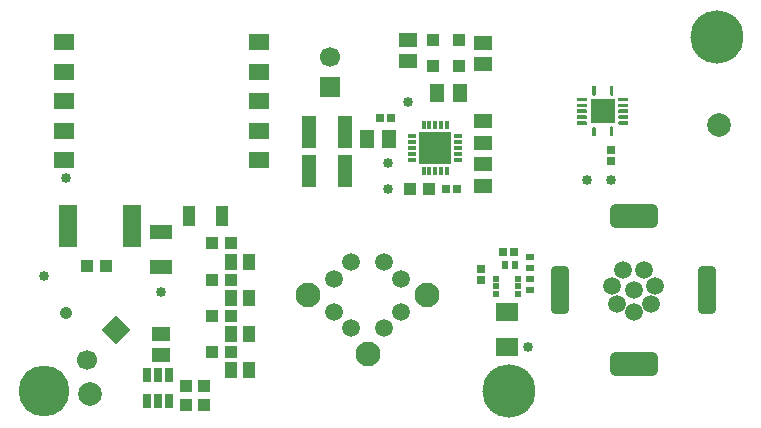
<source format=gts>
G04*
G04 #@! TF.GenerationSoftware,Altium Limited,Altium Designer,23.3.1 (30)*
G04*
G04 Layer_Color=8388736*
%FSLAX44Y44*%
%MOMM*%
G71*
G04*
G04 #@! TF.SameCoordinates,D194EA9E-320C-42BA-852E-FFA0FE6248A8*
G04*
G04*
G04 #@! TF.FilePolarity,Negative*
G04*
G01*
G75*
G04:AMPARAMS|DCode=40|XSize=4.1mm|YSize=2.1mm|CornerRadius=0.55mm|HoleSize=0mm|Usage=FLASHONLY|Rotation=0.000|XOffset=0mm|YOffset=0mm|HoleType=Round|Shape=RoundedRectangle|*
%AMROUNDEDRECTD40*
21,1,4.1000,1.0000,0,0,0.0*
21,1,3.0000,2.1000,0,0,0.0*
1,1,1.1000,1.5000,-0.5000*
1,1,1.1000,-1.5000,-0.5000*
1,1,1.1000,-1.5000,0.5000*
1,1,1.1000,1.5000,0.5000*
%
%ADD40ROUNDEDRECTD40*%
%ADD41C,0.8516*%
%ADD42R,2.0500X2.0500*%
%ADD43C,0.2520*%
%ADD44R,0.7516X0.6516*%
%ADD45R,1.6516X1.3716*%
%ADD46R,0.5516X0.6516*%
%ADD47R,0.7216X0.7216*%
%ADD48R,1.5516X1.2516*%
%ADD49R,1.1016X1.0016*%
%ADD50R,0.7516X1.1616*%
%ADD51R,1.0516X1.4516*%
%ADD52R,1.0016X1.1016*%
%ADD53R,1.1516X1.5016*%
%ADD54R,1.9016X1.2516*%
%ADD55R,1.5016X3.6616*%
%ADD56R,1.0516X1.8016*%
%ADD57R,0.6016X0.5016*%
%ADD58C,2.0000*%
%ADD59R,2.7016X2.7016*%
%ADD60R,0.8016X0.3516*%
%ADD61R,0.3516X0.8016*%
%ADD62R,1.1016X1.1016*%
%ADD63R,1.8516X1.5016*%
%ADD64R,0.7216X0.7216*%
%ADD65R,0.6516X0.5516*%
%ADD66R,1.5016X1.1516*%
%ADD67R,1.2516X2.8016*%
G04:AMPARAMS|DCode=68|XSize=4.1mm|YSize=1.6mm|CornerRadius=0.425mm|HoleSize=0mm|Usage=FLASHONLY|Rotation=270.000|XOffset=0mm|YOffset=0mm|HoleType=Round|Shape=RoundedRectangle|*
%AMROUNDEDRECTD68*
21,1,4.1000,0.7500,0,0,270.0*
21,1,3.2500,1.6000,0,0,270.0*
1,1,0.8500,-0.3750,-1.6250*
1,1,0.8500,-0.3750,1.6250*
1,1,0.8500,0.3750,1.6250*
1,1,0.8500,0.3750,-1.6250*
%
%ADD68ROUNDEDRECTD68*%
%ADD69C,1.5000*%
%ADD70C,0.8524*%
%ADD71C,1.0524*%
%ADD72P,2.4042X4X270.0*%
%ADD73C,1.7000*%
%ADD74C,2.1000*%
%ADD75C,4.5032*%
%ADD76C,4.3016*%
%ADD77R,1.7000X1.7000*%
G36*
X466771Y223943D02*
X467165Y223549D01*
X467378Y223034D01*
Y222756D01*
X467378D01*
Y215656D01*
X464578D01*
Y222756D01*
Y223034D01*
X464791Y223549D01*
X465185Y223943D01*
X465700Y224156D01*
X466256D01*
X466771Y223943D01*
D02*
G37*
G36*
X459871Y228343D02*
X460265Y227949D01*
X460478Y227434D01*
Y227156D01*
Y226877D01*
X460265Y226363D01*
X459871Y225969D01*
X459356Y225756D01*
X451978D01*
Y228556D01*
X459356D01*
X459871Y228343D01*
D02*
G37*
G36*
Y233343D02*
X460265Y232949D01*
X460478Y232435D01*
Y232156D01*
Y231877D01*
X460265Y231363D01*
X459871Y230969D01*
X459356Y230756D01*
X459078D01*
Y230756D01*
X451978D01*
Y233556D01*
X459356D01*
X459871Y233343D01*
D02*
G37*
G36*
Y238343D02*
X460265Y237949D01*
X460478Y237435D01*
Y237156D01*
Y236877D01*
X460265Y236363D01*
X459871Y235969D01*
X459356Y235756D01*
X451978D01*
Y238556D01*
X459356D01*
X459871Y238343D01*
D02*
G37*
G36*
X459078Y243556D02*
X459356D01*
X459871Y243343D01*
X460265Y242949D01*
X460478Y242434D01*
Y242156D01*
Y241877D01*
X460265Y241363D01*
X459871Y240969D01*
X459356Y240756D01*
X451978D01*
Y243556D01*
X459078Y243556D01*
D02*
G37*
G36*
X459871Y248343D02*
X460265Y247949D01*
X460478Y247435D01*
Y247156D01*
Y246877D01*
X460265Y246363D01*
X459871Y245969D01*
X459356Y245756D01*
X451978D01*
Y248556D01*
X459356D01*
X459871Y248343D01*
D02*
G37*
G36*
X467378Y251556D02*
Y251278D01*
X467165Y250763D01*
X466771Y250369D01*
X466256Y250156D01*
X465700D01*
X465185Y250369D01*
X464791Y250763D01*
X464578Y251278D01*
Y251556D01*
Y258656D01*
X467378D01*
X467378Y251556D01*
D02*
G37*
G36*
X481771Y223943D02*
X482165Y223549D01*
X482378Y223034D01*
Y222756D01*
Y215656D01*
X479578D01*
X479578Y222756D01*
Y223034D01*
X479791Y223549D01*
X480185Y223943D01*
X480700Y224156D01*
X481256D01*
X481771Y223943D01*
D02*
G37*
G36*
X494978Y225756D02*
X487599D01*
X487085Y225969D01*
X486691Y226363D01*
X486478Y226877D01*
Y227156D01*
Y227434D01*
X486691Y227949D01*
X487085Y228343D01*
X487599Y228556D01*
X494978D01*
Y225756D01*
D02*
G37*
G36*
Y230756D02*
X487878Y230756D01*
X487599D01*
X487085Y230969D01*
X486691Y231363D01*
X486478Y231877D01*
Y232156D01*
Y232435D01*
X486691Y232949D01*
X487085Y233343D01*
X487599Y233556D01*
X494978D01*
Y230756D01*
D02*
G37*
G36*
Y235756D02*
X487599D01*
X487085Y235969D01*
X486691Y236363D01*
X486478Y236877D01*
Y237156D01*
Y237435D01*
X486691Y237949D01*
X487085Y238343D01*
X487599Y238556D01*
X494978D01*
Y235756D01*
D02*
G37*
G36*
Y240756D02*
X487599D01*
X487085Y240969D01*
X486691Y241363D01*
X486478Y241877D01*
Y242156D01*
Y242434D01*
X486691Y242949D01*
X487085Y243343D01*
X487599Y243556D01*
X487878D01*
Y243556D01*
X494978D01*
Y240756D01*
D02*
G37*
G36*
Y245756D02*
X487599D01*
X487085Y245969D01*
X486691Y246363D01*
X486478Y246877D01*
Y247156D01*
Y247435D01*
X486691Y247949D01*
X487085Y248343D01*
X487599Y248556D01*
X494978D01*
Y245756D01*
D02*
G37*
G36*
X482378Y251556D02*
Y251278D01*
X482165Y250763D01*
X481771Y250369D01*
X481256Y250156D01*
X480700D01*
X480185Y250369D01*
X479791Y250763D01*
X479578Y251278D01*
Y251556D01*
X479578D01*
Y258656D01*
X482378D01*
Y251556D01*
D02*
G37*
D40*
X499612Y23247D02*
D03*
Y148247D02*
D03*
D41*
X480822Y178816D02*
D03*
X410210Y37030D02*
D03*
X308917Y245070D02*
D03*
X460502Y178816D02*
D03*
X291940Y171410D02*
D03*
Y193000D02*
D03*
X99060Y83820D02*
D03*
X0Y97750D02*
D03*
D42*
X473478Y237156D02*
D03*
D43*
X465978Y257156D02*
D03*
X480978Y254406D02*
D03*
X465978Y219906D02*
D03*
X480978Y217056D02*
D03*
X456228Y247156D02*
D03*
Y242156D02*
D03*
X453378Y237156D02*
D03*
Y232156D02*
D03*
Y227156D02*
D03*
X490728D02*
D03*
Y232156D02*
D03*
X493478Y237156D02*
D03*
Y242156D02*
D03*
Y247156D02*
D03*
D44*
X480822Y204644D02*
D03*
Y194644D02*
D03*
D45*
X182826Y195618D02*
D03*
Y220618D02*
D03*
Y245618D02*
D03*
Y270618D02*
D03*
Y295618D02*
D03*
X17326Y195618D02*
D03*
Y220618D02*
D03*
Y245618D02*
D03*
Y270618D02*
D03*
Y295618D02*
D03*
D46*
X399470Y106680D02*
D03*
X390470D02*
D03*
D47*
X370680Y103520D02*
D03*
Y94520D02*
D03*
D48*
X99060Y30370D02*
D03*
Y48370D02*
D03*
X308917Y279250D02*
D03*
Y297250D02*
D03*
X372417Y276710D02*
D03*
Y294710D02*
D03*
D49*
X120650Y-11810D02*
D03*
Y4190D02*
D03*
X135890Y-11810D02*
D03*
Y4190D02*
D03*
D50*
X87172Y13364D02*
D03*
X96672D02*
D03*
X106172D02*
D03*
Y-8636D02*
D03*
X96672D02*
D03*
X87172D02*
D03*
D51*
X158370Y78740D02*
D03*
X174370D02*
D03*
X158370Y48399D02*
D03*
X174370D02*
D03*
X158370Y17780D02*
D03*
X174370D02*
D03*
X158370Y109220D02*
D03*
X174370D02*
D03*
D52*
X142370Y63500D02*
D03*
X158370D02*
D03*
X53212Y106172D02*
D03*
X37212D02*
D03*
X142370Y125730D02*
D03*
X158370D02*
D03*
X142370Y93980D02*
D03*
X158370D02*
D03*
X142370Y33020D02*
D03*
X158370D02*
D03*
X326610Y171410D02*
D03*
X310610D02*
D03*
D53*
X292550Y213320D02*
D03*
X273550D02*
D03*
X352240Y252690D02*
D03*
X333240D02*
D03*
D54*
X99060Y135050D02*
D03*
Y105050D02*
D03*
D55*
X20330Y139700D02*
D03*
X74930D02*
D03*
D56*
X122810Y148336D02*
D03*
X150810D02*
D03*
D57*
X401770Y82360D02*
D03*
Y88860D02*
D03*
Y95360D02*
D03*
X382770D02*
D03*
Y88860D02*
D03*
Y82360D02*
D03*
D58*
X572262Y225806D02*
D03*
X39370Y-2540D02*
D03*
D59*
X331777Y205700D02*
D03*
D60*
X312277Y195700D02*
D03*
Y200700D02*
D03*
Y205700D02*
D03*
Y210700D02*
D03*
Y215700D02*
D03*
X351278D02*
D03*
Y210700D02*
D03*
Y205700D02*
D03*
Y200700D02*
D03*
Y195700D02*
D03*
D61*
X321777Y225200D02*
D03*
X326777D02*
D03*
X331777D02*
D03*
X336777D02*
D03*
X341777D02*
D03*
Y186200D02*
D03*
X336777D02*
D03*
X331777D02*
D03*
X326777D02*
D03*
X321777D02*
D03*
D62*
X351667Y275550D02*
D03*
X329667D02*
D03*
X351667Y297140D02*
D03*
X329667D02*
D03*
D63*
X392270Y37030D02*
D03*
Y67030D02*
D03*
D64*
X398200Y118110D02*
D03*
X389200D02*
D03*
X284900Y231100D02*
D03*
X293900D02*
D03*
X349780Y171410D02*
D03*
X340780D02*
D03*
D65*
X411480Y104720D02*
D03*
Y113720D02*
D03*
Y85670D02*
D03*
Y94670D02*
D03*
D66*
X372417Y192340D02*
D03*
Y173340D02*
D03*
Y229170D02*
D03*
Y210170D02*
D03*
D67*
X224870Y219670D02*
D03*
X254870D02*
D03*
X224870Y186650D02*
D03*
X254870D02*
D03*
D68*
X437112Y85747D02*
D03*
X562112D02*
D03*
D69*
X518112Y89247D02*
D03*
X514112Y73747D02*
D03*
X499612Y85747D02*
D03*
Y67247D02*
D03*
X485112Y73747D02*
D03*
X481112Y89247D02*
D03*
X490612Y102247D02*
D03*
X508612D02*
D03*
X246320Y67286D02*
D03*
X260320Y53286D02*
D03*
X288320D02*
D03*
X302320Y67286D02*
D03*
Y95286D02*
D03*
X288320Y109286D02*
D03*
X260320D02*
D03*
X246320Y95286D02*
D03*
D70*
X19200Y180500D02*
D03*
D71*
Y66500D02*
D03*
D72*
X61468Y51562D02*
D03*
D73*
X36719Y26813D02*
D03*
X242410Y282970D02*
D03*
D74*
X224320Y81286D02*
D03*
X274320Y31286D02*
D03*
X324320Y81286D02*
D03*
D75*
X570000Y300000D02*
D03*
X394500Y-0D02*
D03*
D76*
X0Y0D02*
D03*
D77*
X242410Y257970D02*
D03*
M02*

</source>
